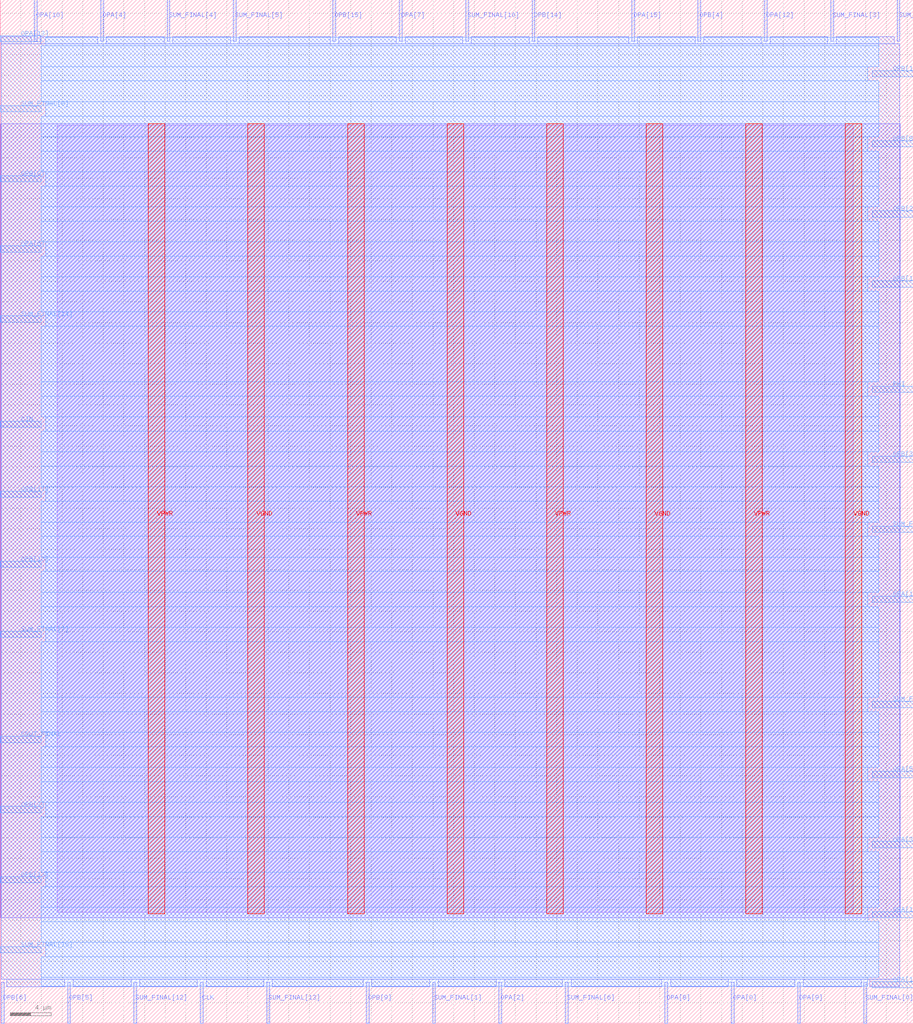
<source format=lef>
VERSION 5.7 ;
  NOWIREEXTENSIONATPIN ON ;
  DIVIDERCHAR "/" ;
  BUSBITCHARS "[]" ;
MACRO CLA_16
  CLASS BLOCK ;
  FOREIGN CLA_16 ;
  ORIGIN 0.000 0.000 ;
  SIZE 88.600 BY 99.320 ;
  PIN CIN
    DIRECTION INPUT ;
    USE SIGNAL ;
    PORT
      LAYER met3 ;
        RECT 0.000 57.840 4.000 58.440 ;
    END
  END CIN
  PIN CLK
    DIRECTION INPUT ;
    USE SIGNAL ;
    PORT
      LAYER met2 ;
        RECT 19.410 0.000 19.690 4.000 ;
    END
  END CLK
  PIN COUT_FINAL
    DIRECTION OUTPUT TRISTATE ;
    USE SIGNAL ;
    PORT
      LAYER met3 ;
        RECT 0.000 27.240 4.000 27.840 ;
    END
  END COUT_FINAL
  PIN OPA[0]
    DIRECTION INPUT ;
    USE SIGNAL ;
    PORT
      LAYER met2 ;
        RECT 70.930 0.000 71.210 4.000 ;
    END
  END OPA[0]
  PIN OPA[10]
    DIRECTION INPUT ;
    USE SIGNAL ;
    PORT
      LAYER met2 ;
        RECT 3.310 95.320 3.590 99.320 ;
    END
  END OPA[10]
  PIN OPA[11]
    DIRECTION INPUT ;
    USE SIGNAL ;
    PORT
      LAYER met3 ;
        RECT 84.600 40.840 88.600 41.440 ;
    END
  END OPA[11]
  PIN OPA[12]
    DIRECTION INPUT ;
    USE SIGNAL ;
    PORT
      LAYER met2 ;
        RECT 74.150 95.320 74.430 99.320 ;
    END
  END OPA[12]
  PIN OPA[13]
    DIRECTION INPUT ;
    USE SIGNAL ;
    PORT
      LAYER met3 ;
        RECT 0.000 95.240 4.000 95.840 ;
    END
  END OPA[13]
  PIN OPA[14]
    DIRECTION INPUT ;
    USE SIGNAL ;
    PORT
      LAYER met3 ;
        RECT 84.600 10.240 88.600 10.840 ;
    END
  END OPA[14]
  PIN OPA[15]
    DIRECTION INPUT ;
    USE SIGNAL ;
    PORT
      LAYER met2 ;
        RECT 61.270 95.320 61.550 99.320 ;
    END
  END OPA[15]
  PIN OPA[1]
    DIRECTION INPUT ;
    USE SIGNAL ;
    PORT
      LAYER met3 ;
        RECT 84.600 3.440 88.600 4.040 ;
    END
  END OPA[1]
  PIN OPA[2]
    DIRECTION INPUT ;
    USE SIGNAL ;
    PORT
      LAYER met2 ;
        RECT 48.390 0.000 48.670 4.000 ;
    END
  END OPA[2]
  PIN OPA[3]
    DIRECTION INPUT ;
    USE SIGNAL ;
    PORT
      LAYER met3 ;
        RECT 84.600 17.040 88.600 17.640 ;
    END
  END OPA[3]
  PIN OPA[4]
    DIRECTION INPUT ;
    USE SIGNAL ;
    PORT
      LAYER met2 ;
        RECT 9.750 95.320 10.030 99.320 ;
    END
  END OPA[4]
  PIN OPA[5]
    DIRECTION INPUT ;
    USE SIGNAL ;
    PORT
      LAYER met3 ;
        RECT 84.600 23.840 88.600 24.440 ;
    END
  END OPA[5]
  PIN OPA[6]
    DIRECTION INPUT ;
    USE SIGNAL ;
    PORT
      LAYER met3 ;
        RECT 0.000 74.840 4.000 75.440 ;
    END
  END OPA[6]
  PIN OPA[7]
    DIRECTION INPUT ;
    USE SIGNAL ;
    PORT
      LAYER met2 ;
        RECT 38.730 95.320 39.010 99.320 ;
    END
  END OPA[7]
  PIN OPA[8]
    DIRECTION INPUT ;
    USE SIGNAL ;
    PORT
      LAYER met2 ;
        RECT 64.490 0.000 64.770 4.000 ;
    END
  END OPA[8]
  PIN OPA[9]
    DIRECTION INPUT ;
    USE SIGNAL ;
    PORT
      LAYER met2 ;
        RECT 77.370 0.000 77.650 4.000 ;
    END
  END OPA[9]
  PIN OPB[0]
    DIRECTION INPUT ;
    USE SIGNAL ;
    PORT
      LAYER met3 ;
        RECT 0.000 81.640 4.000 82.240 ;
    END
  END OPB[0]
  PIN OPB[10]
    DIRECTION INPUT ;
    USE SIGNAL ;
    PORT
      LAYER met3 ;
        RECT 0.000 44.240 4.000 44.840 ;
    END
  END OPB[10]
  PIN OPB[11]
    DIRECTION INPUT ;
    USE SIGNAL ;
    PORT
      LAYER met3 ;
        RECT 0.000 51.040 4.000 51.640 ;
    END
  END OPB[11]
  PIN OPB[12]
    DIRECTION INPUT ;
    USE SIGNAL ;
    PORT
      LAYER met3 ;
        RECT 84.600 71.440 88.600 72.040 ;
    END
  END OPB[12]
  PIN OPB[13]
    DIRECTION INPUT ;
    USE SIGNAL ;
    PORT
      LAYER met3 ;
        RECT 0.000 13.640 4.000 14.240 ;
    END
  END OPB[13]
  PIN OPB[14]
    DIRECTION INPUT ;
    USE SIGNAL ;
    PORT
      LAYER met2 ;
        RECT 51.610 95.320 51.890 99.320 ;
    END
  END OPB[14]
  PIN OPB[15]
    DIRECTION INPUT ;
    USE SIGNAL ;
    PORT
      LAYER met2 ;
        RECT 32.290 95.320 32.570 99.320 ;
    END
  END OPB[15]
  PIN OPB[1]
    DIRECTION INPUT ;
    USE SIGNAL ;
    PORT
      LAYER met3 ;
        RECT 84.600 91.840 88.600 92.440 ;
    END
  END OPB[1]
  PIN OPB[2]
    DIRECTION INPUT ;
    USE SIGNAL ;
    PORT
      LAYER met3 ;
        RECT 84.600 78.240 88.600 78.840 ;
    END
  END OPB[2]
  PIN OPB[3]
    DIRECTION INPUT ;
    USE SIGNAL ;
    PORT
      LAYER met3 ;
        RECT 84.600 54.440 88.600 55.040 ;
    END
  END OPB[3]
  PIN OPB[4]
    DIRECTION INPUT ;
    USE SIGNAL ;
    PORT
      LAYER met2 ;
        RECT 67.710 95.320 67.990 99.320 ;
    END
  END OPB[4]
  PIN OPB[5]
    DIRECTION INPUT ;
    USE SIGNAL ;
    PORT
      LAYER met2 ;
        RECT 6.530 0.000 6.810 4.000 ;
    END
  END OPB[5]
  PIN OPB[6]
    DIRECTION INPUT ;
    USE SIGNAL ;
    PORT
      LAYER met2 ;
        RECT 0.090 0.000 0.370 4.000 ;
    END
  END OPB[6]
  PIN OPB[7]
    DIRECTION INPUT ;
    USE SIGNAL ;
    PORT
      LAYER met3 ;
        RECT 0.000 20.440 4.000 21.040 ;
    END
  END OPB[7]
  PIN OPB[8]
    DIRECTION INPUT ;
    USE SIGNAL ;
    PORT
      LAYER met3 ;
        RECT 84.600 85.040 88.600 85.640 ;
    END
  END OPB[8]
  PIN OPB[9]
    DIRECTION INPUT ;
    USE SIGNAL ;
    PORT
      LAYER met2 ;
        RECT 35.510 0.000 35.790 4.000 ;
    END
  END OPB[9]
  PIN PHI
    DIRECTION INPUT ;
    USE SIGNAL ;
    PORT
      LAYER met3 ;
        RECT 84.600 61.240 88.600 61.840 ;
    END
  END PHI
  PIN SUM_FINAL[0]
    DIRECTION OUTPUT TRISTATE ;
    USE SIGNAL ;
    PORT
      LAYER met2 ;
        RECT 83.810 0.000 84.090 4.000 ;
    END
  END SUM_FINAL[0]
  PIN SUM_FINAL[10]
    DIRECTION OUTPUT TRISTATE ;
    USE SIGNAL ;
    PORT
      LAYER met2 ;
        RECT 45.170 95.320 45.450 99.320 ;
    END
  END SUM_FINAL[10]
  PIN SUM_FINAL[11]
    DIRECTION OUTPUT TRISTATE ;
    USE SIGNAL ;
    PORT
      LAYER met3 ;
        RECT 84.600 30.640 88.600 31.240 ;
    END
  END SUM_FINAL[11]
  PIN SUM_FINAL[12]
    DIRECTION OUTPUT TRISTATE ;
    USE SIGNAL ;
    PORT
      LAYER met2 ;
        RECT 12.970 0.000 13.250 4.000 ;
    END
  END SUM_FINAL[12]
  PIN SUM_FINAL[13]
    DIRECTION OUTPUT TRISTATE ;
    USE SIGNAL ;
    PORT
      LAYER met2 ;
        RECT 25.850 0.000 26.130 4.000 ;
    END
  END SUM_FINAL[13]
  PIN SUM_FINAL[14]
    DIRECTION OUTPUT TRISTATE ;
    USE SIGNAL ;
    PORT
      LAYER met3 ;
        RECT 0.000 68.040 4.000 68.640 ;
    END
  END SUM_FINAL[14]
  PIN SUM_FINAL[15]
    DIRECTION OUTPUT TRISTATE ;
    USE SIGNAL ;
    PORT
      LAYER met3 ;
        RECT 0.000 6.840 4.000 7.440 ;
    END
  END SUM_FINAL[15]
  PIN SUM_FINAL[1]
    DIRECTION OUTPUT TRISTATE ;
    USE SIGNAL ;
    PORT
      LAYER met2 ;
        RECT 41.950 0.000 42.230 4.000 ;
    END
  END SUM_FINAL[1]
  PIN SUM_FINAL[2]
    DIRECTION OUTPUT TRISTATE ;
    USE SIGNAL ;
    PORT
      LAYER met2 ;
        RECT 87.030 95.320 87.310 99.320 ;
    END
  END SUM_FINAL[2]
  PIN SUM_FINAL[3]
    DIRECTION OUTPUT TRISTATE ;
    USE SIGNAL ;
    PORT
      LAYER met2 ;
        RECT 80.590 95.320 80.870 99.320 ;
    END
  END SUM_FINAL[3]
  PIN SUM_FINAL[4]
    DIRECTION OUTPUT TRISTATE ;
    USE SIGNAL ;
    PORT
      LAYER met2 ;
        RECT 16.190 95.320 16.470 99.320 ;
    END
  END SUM_FINAL[4]
  PIN SUM_FINAL[5]
    DIRECTION OUTPUT TRISTATE ;
    USE SIGNAL ;
    PORT
      LAYER met2 ;
        RECT 22.630 95.320 22.910 99.320 ;
    END
  END SUM_FINAL[5]
  PIN SUM_FINAL[6]
    DIRECTION OUTPUT TRISTATE ;
    USE SIGNAL ;
    PORT
      LAYER met2 ;
        RECT 54.830 0.000 55.110 4.000 ;
    END
  END SUM_FINAL[6]
  PIN SUM_FINAL[7]
    DIRECTION OUTPUT TRISTATE ;
    USE SIGNAL ;
    PORT
      LAYER met3 ;
        RECT 0.000 37.440 4.000 38.040 ;
    END
  END SUM_FINAL[7]
  PIN SUM_FINAL[8]
    DIRECTION OUTPUT TRISTATE ;
    USE SIGNAL ;
    PORT
      LAYER met3 ;
        RECT 0.000 88.440 4.000 89.040 ;
    END
  END SUM_FINAL[8]
  PIN SUM_FINAL[9]
    DIRECTION OUTPUT TRISTATE ;
    USE SIGNAL ;
    PORT
      LAYER met3 ;
        RECT 84.600 47.640 88.600 48.240 ;
    END
  END SUM_FINAL[9]
  PIN VGND
    DIRECTION INOUT ;
    USE GROUND ;
    PORT
      LAYER met4 ;
        RECT 24.040 10.640 25.640 87.280 ;
    END
    PORT
      LAYER met4 ;
        RECT 43.360 10.640 44.960 87.280 ;
    END
    PORT
      LAYER met4 ;
        RECT 62.680 10.640 64.280 87.280 ;
    END
    PORT
      LAYER met4 ;
        RECT 82.000 10.640 83.600 87.280 ;
    END
  END VGND
  PIN VPWR
    DIRECTION INOUT ;
    USE POWER ;
    PORT
      LAYER met4 ;
        RECT 14.380 10.640 15.980 87.280 ;
    END
    PORT
      LAYER met4 ;
        RECT 33.700 10.640 35.300 87.280 ;
    END
    PORT
      LAYER met4 ;
        RECT 53.020 10.640 54.620 87.280 ;
    END
    PORT
      LAYER met4 ;
        RECT 72.340 10.640 73.940 87.280 ;
    END
  END VPWR
  OBS
      LAYER li1 ;
        RECT 5.520 10.795 82.800 87.125 ;
      LAYER met1 ;
        RECT 0.070 10.240 87.330 87.280 ;
      LAYER met2 ;
        RECT 0.100 95.040 3.030 95.725 ;
        RECT 3.870 95.040 9.470 95.725 ;
        RECT 10.310 95.040 15.910 95.725 ;
        RECT 16.750 95.040 22.350 95.725 ;
        RECT 23.190 95.040 32.010 95.725 ;
        RECT 32.850 95.040 38.450 95.725 ;
        RECT 39.290 95.040 44.890 95.725 ;
        RECT 45.730 95.040 51.330 95.725 ;
        RECT 52.170 95.040 60.990 95.725 ;
        RECT 61.830 95.040 67.430 95.725 ;
        RECT 68.270 95.040 73.870 95.725 ;
        RECT 74.710 95.040 80.310 95.725 ;
        RECT 81.150 95.040 86.750 95.725 ;
        RECT 0.100 4.280 87.300 95.040 ;
        RECT 0.650 3.555 6.250 4.280 ;
        RECT 7.090 3.555 12.690 4.280 ;
        RECT 13.530 3.555 19.130 4.280 ;
        RECT 19.970 3.555 25.570 4.280 ;
        RECT 26.410 3.555 35.230 4.280 ;
        RECT 36.070 3.555 41.670 4.280 ;
        RECT 42.510 3.555 48.110 4.280 ;
        RECT 48.950 3.555 54.550 4.280 ;
        RECT 55.390 3.555 64.210 4.280 ;
        RECT 65.050 3.555 70.650 4.280 ;
        RECT 71.490 3.555 77.090 4.280 ;
        RECT 77.930 3.555 83.530 4.280 ;
        RECT 84.370 3.555 87.300 4.280 ;
      LAYER met3 ;
        RECT 4.400 94.840 85.250 95.705 ;
        RECT 4.000 92.840 85.250 94.840 ;
        RECT 4.000 91.440 84.200 92.840 ;
        RECT 4.000 89.440 85.250 91.440 ;
        RECT 4.400 88.040 85.250 89.440 ;
        RECT 4.000 86.040 85.250 88.040 ;
        RECT 4.000 84.640 84.200 86.040 ;
        RECT 4.000 82.640 85.250 84.640 ;
        RECT 4.400 81.240 85.250 82.640 ;
        RECT 4.000 79.240 85.250 81.240 ;
        RECT 4.000 77.840 84.200 79.240 ;
        RECT 4.000 75.840 85.250 77.840 ;
        RECT 4.400 74.440 85.250 75.840 ;
        RECT 4.000 72.440 85.250 74.440 ;
        RECT 4.000 71.040 84.200 72.440 ;
        RECT 4.000 69.040 85.250 71.040 ;
        RECT 4.400 67.640 85.250 69.040 ;
        RECT 4.000 62.240 85.250 67.640 ;
        RECT 4.000 60.840 84.200 62.240 ;
        RECT 4.000 58.840 85.250 60.840 ;
        RECT 4.400 57.440 85.250 58.840 ;
        RECT 4.000 55.440 85.250 57.440 ;
        RECT 4.000 54.040 84.200 55.440 ;
        RECT 4.000 52.040 85.250 54.040 ;
        RECT 4.400 50.640 85.250 52.040 ;
        RECT 4.000 48.640 85.250 50.640 ;
        RECT 4.000 47.240 84.200 48.640 ;
        RECT 4.000 45.240 85.250 47.240 ;
        RECT 4.400 43.840 85.250 45.240 ;
        RECT 4.000 41.840 85.250 43.840 ;
        RECT 4.000 40.440 84.200 41.840 ;
        RECT 4.000 38.440 85.250 40.440 ;
        RECT 4.400 37.040 85.250 38.440 ;
        RECT 4.000 31.640 85.250 37.040 ;
        RECT 4.000 30.240 84.200 31.640 ;
        RECT 4.000 28.240 85.250 30.240 ;
        RECT 4.400 26.840 85.250 28.240 ;
        RECT 4.000 24.840 85.250 26.840 ;
        RECT 4.000 23.440 84.200 24.840 ;
        RECT 4.000 21.440 85.250 23.440 ;
        RECT 4.400 20.040 85.250 21.440 ;
        RECT 4.000 18.040 85.250 20.040 ;
        RECT 4.000 16.640 84.200 18.040 ;
        RECT 4.000 14.640 85.250 16.640 ;
        RECT 4.400 13.240 85.250 14.640 ;
        RECT 4.000 11.240 85.250 13.240 ;
        RECT 4.000 9.840 84.200 11.240 ;
        RECT 4.000 7.840 85.250 9.840 ;
        RECT 4.400 6.440 85.250 7.840 ;
        RECT 4.000 4.440 85.250 6.440 ;
        RECT 4.000 3.575 84.200 4.440 ;
  END
END CLA_16
END LIBRARY


</source>
